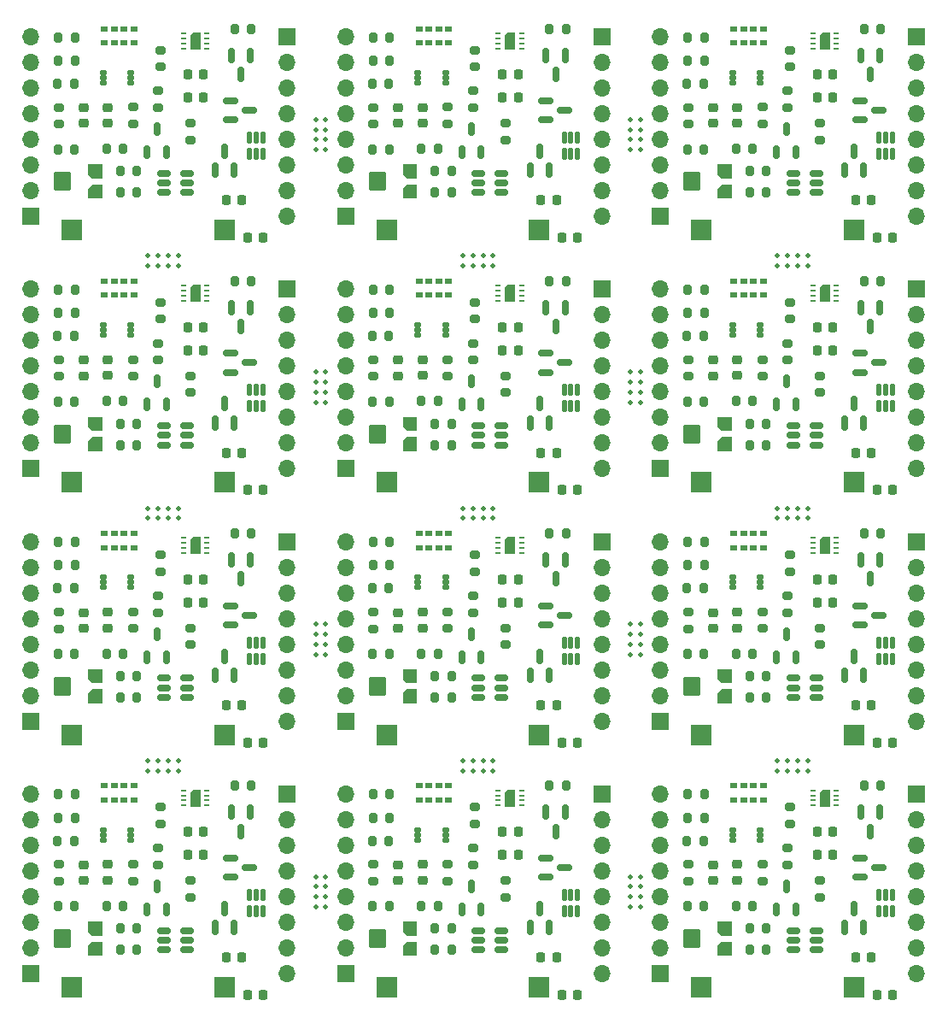
<source format=gts>
G04 #@! TF.GenerationSoftware,KiCad,Pcbnew,7.0.7*
G04 #@! TF.CreationDate,2024-02-13T21:43:46-05:00*
G04 #@! TF.ProjectId,panelized,70616e65-6c69-47a6-9564-2e6b69636164,rev?*
G04 #@! TF.SameCoordinates,Original*
G04 #@! TF.FileFunction,Soldermask,Top*
G04 #@! TF.FilePolarity,Negative*
%FSLAX46Y46*%
G04 Gerber Fmt 4.6, Leading zero omitted, Abs format (unit mm)*
G04 Created by KiCad (PCBNEW 7.0.7) date 2024-02-13 21:43:46*
%MOMM*%
%LPD*%
G01*
G04 APERTURE LIST*
G04 Aperture macros list*
%AMRoundRect*
0 Rectangle with rounded corners*
0 $1 Rounding radius*
0 $2 $3 $4 $5 $6 $7 $8 $9 X,Y pos of 4 corners*
0 Add a 4 corners polygon primitive as box body*
4,1,4,$2,$3,$4,$5,$6,$7,$8,$9,$2,$3,0*
0 Add four circle primitives for the rounded corners*
1,1,$1+$1,$2,$3*
1,1,$1+$1,$4,$5*
1,1,$1+$1,$6,$7*
1,1,$1+$1,$8,$9*
0 Add four rect primitives between the rounded corners*
20,1,$1+$1,$2,$3,$4,$5,0*
20,1,$1+$1,$4,$5,$6,$7,0*
20,1,$1+$1,$6,$7,$8,$9,0*
20,1,$1+$1,$8,$9,$2,$3,0*%
%AMFreePoly0*
4,1,6,0.500000,-0.850000,-0.500000,-0.850000,-0.500000,0.550000,-0.200000,0.850000,0.500000,0.850000,0.500000,-0.850000,0.500000,-0.850000,$1*%
G04 Aperture macros list end*
%ADD10C,0.500000*%
%ADD11RoundRect,0.150000X0.512500X0.150000X-0.512500X0.150000X-0.512500X-0.150000X0.512500X-0.150000X0*%
%ADD12RoundRect,0.150000X-0.587500X-0.150000X0.587500X-0.150000X0.587500X0.150000X-0.587500X0.150000X0*%
%ADD13RoundRect,0.200000X0.200000X0.275000X-0.200000X0.275000X-0.200000X-0.275000X0.200000X-0.275000X0*%
%ADD14RoundRect,0.200000X-0.275000X0.200000X-0.275000X-0.200000X0.275000X-0.200000X0.275000X0.200000X0*%
%ADD15RoundRect,0.102000X0.750000X-0.800000X0.750000X0.800000X-0.750000X0.800000X-0.750000X-0.800000X0*%
%ADD16R,1.700000X1.700000*%
%ADD17O,1.700000X1.700000*%
%ADD18RoundRect,0.200000X-0.200000X-0.275000X0.200000X-0.275000X0.200000X0.275000X-0.200000X0.275000X0*%
%ADD19RoundRect,0.225000X0.250000X-0.225000X0.250000X0.225000X-0.250000X0.225000X-0.250000X-0.225000X0*%
%ADD20R,0.720000X0.600000*%
%ADD21RoundRect,0.102000X0.275000X0.125000X-0.275000X0.125000X-0.275000X-0.125000X0.275000X-0.125000X0*%
%ADD22R,2.000000X2.000000*%
%ADD23RoundRect,0.200000X0.275000X-0.200000X0.275000X0.200000X-0.275000X0.200000X-0.275000X-0.200000X0*%
%ADD24RoundRect,0.225000X0.225000X0.250000X-0.225000X0.250000X-0.225000X-0.250000X0.225000X-0.250000X0*%
%ADD25RoundRect,0.150000X0.150000X-0.587500X0.150000X0.587500X-0.150000X0.587500X-0.150000X-0.587500X0*%
%ADD26R,0.550000X0.250000*%
%ADD27FreePoly0,0.000000*%
%ADD28RoundRect,0.150000X0.150000X-0.512500X0.150000X0.512500X-0.150000X0.512500X-0.150000X-0.512500X0*%
%ADD29RoundRect,0.150000X-0.150000X0.587500X-0.150000X-0.587500X0.150000X-0.587500X0.150000X0.587500X0*%
%ADD30RoundRect,0.102000X0.150000X-0.495000X0.150000X0.495000X-0.150000X0.495000X-0.150000X-0.495000X0*%
G04 APERTURE END LIST*
G36*
X173494086Y-111043198D02*
G01*
X172094086Y-111043198D01*
X172094086Y-110043198D01*
X172494086Y-109643198D01*
X173494086Y-109643198D01*
X173494086Y-111043198D01*
G37*
G36*
X173494086Y-109043198D02*
G01*
X172494086Y-109043198D01*
X172094086Y-108643198D01*
X172094086Y-107643198D01*
X173494086Y-107643198D01*
X173494086Y-109043198D01*
G37*
G36*
X111094086Y-111043198D02*
G01*
X109694086Y-111043198D01*
X109694086Y-110043198D01*
X110094086Y-109643198D01*
X111094086Y-109643198D01*
X111094086Y-111043198D01*
G37*
G36*
X111094086Y-109043198D02*
G01*
X110094086Y-109043198D01*
X109694086Y-108643198D01*
X109694086Y-107643198D01*
X111094086Y-107643198D01*
X111094086Y-109043198D01*
G37*
G36*
X173494086Y-136043198D02*
G01*
X172094086Y-136043198D01*
X172094086Y-135043198D01*
X172494086Y-134643198D01*
X173494086Y-134643198D01*
X173494086Y-136043198D01*
G37*
G36*
X173494086Y-134043198D02*
G01*
X172494086Y-134043198D01*
X172094086Y-133643198D01*
X172094086Y-132643198D01*
X173494086Y-132643198D01*
X173494086Y-134043198D01*
G37*
G36*
X111094086Y-86043198D02*
G01*
X109694086Y-86043198D01*
X109694086Y-85043198D01*
X110094086Y-84643198D01*
X111094086Y-84643198D01*
X111094086Y-86043198D01*
G37*
G36*
X111094086Y-84043198D02*
G01*
X110094086Y-84043198D01*
X109694086Y-83643198D01*
X109694086Y-82643198D01*
X111094086Y-82643198D01*
X111094086Y-84043198D01*
G37*
G36*
X173494086Y-86043198D02*
G01*
X172094086Y-86043198D01*
X172094086Y-85043198D01*
X172494086Y-84643198D01*
X173494086Y-84643198D01*
X173494086Y-86043198D01*
G37*
G36*
X173494086Y-84043198D02*
G01*
X172494086Y-84043198D01*
X172094086Y-83643198D01*
X172094086Y-82643198D01*
X173494086Y-82643198D01*
X173494086Y-84043198D01*
G37*
G36*
X173494086Y-61043198D02*
G01*
X172094086Y-61043198D01*
X172094086Y-60043198D01*
X172494086Y-59643198D01*
X173494086Y-59643198D01*
X173494086Y-61043198D01*
G37*
G36*
X173494086Y-59043198D02*
G01*
X172494086Y-59043198D01*
X172094086Y-58643198D01*
X172094086Y-57643198D01*
X173494086Y-57643198D01*
X173494086Y-59043198D01*
G37*
G36*
X142294086Y-61043198D02*
G01*
X140894086Y-61043198D01*
X140894086Y-60043198D01*
X141294086Y-59643198D01*
X142294086Y-59643198D01*
X142294086Y-61043198D01*
G37*
G36*
X142294086Y-59043198D02*
G01*
X141294086Y-59043198D01*
X140894086Y-58643198D01*
X140894086Y-57643198D01*
X142294086Y-57643198D01*
X142294086Y-59043198D01*
G37*
G36*
X111094086Y-61043198D02*
G01*
X109694086Y-61043198D01*
X109694086Y-60043198D01*
X110094086Y-59643198D01*
X111094086Y-59643198D01*
X111094086Y-61043198D01*
G37*
G36*
X111094086Y-59043198D02*
G01*
X110094086Y-59043198D01*
X109694086Y-58643198D01*
X109694086Y-57643198D01*
X111094086Y-57643198D01*
X111094086Y-59043198D01*
G37*
G36*
X111094086Y-136043198D02*
G01*
X109694086Y-136043198D01*
X109694086Y-135043198D01*
X110094086Y-134643198D01*
X111094086Y-134643198D01*
X111094086Y-136043198D01*
G37*
G36*
X111094086Y-134043198D02*
G01*
X110094086Y-134043198D01*
X109694086Y-133643198D01*
X109694086Y-132643198D01*
X111094086Y-132643198D01*
X111094086Y-134043198D01*
G37*
G36*
X142294086Y-136043198D02*
G01*
X140894086Y-136043198D01*
X140894086Y-135043198D01*
X141294086Y-134643198D01*
X142294086Y-134643198D01*
X142294086Y-136043198D01*
G37*
G36*
X142294086Y-134043198D02*
G01*
X141294086Y-134043198D01*
X140894086Y-133643198D01*
X140894086Y-132643198D01*
X142294086Y-132643198D01*
X142294086Y-134043198D01*
G37*
G36*
X142294086Y-111043198D02*
G01*
X140894086Y-111043198D01*
X140894086Y-110043198D01*
X141294086Y-109643198D01*
X142294086Y-109643198D01*
X142294086Y-111043198D01*
G37*
G36*
X142294086Y-109043198D02*
G01*
X141294086Y-109043198D01*
X140894086Y-108643198D01*
X140894086Y-107643198D01*
X142294086Y-107643198D01*
X142294086Y-109043198D01*
G37*
G36*
X142294086Y-86043198D02*
G01*
X140894086Y-86043198D01*
X140894086Y-85043198D01*
X141294086Y-84643198D01*
X142294086Y-84643198D01*
X142294086Y-86043198D01*
G37*
G36*
X142294086Y-84043198D02*
G01*
X141294086Y-84043198D01*
X140894086Y-83643198D01*
X140894086Y-82643198D01*
X142294086Y-82643198D01*
X142294086Y-84043198D01*
G37*
D10*
X116644086Y-66700000D03*
D11*
X181881586Y-135443198D03*
X181881586Y-134493198D03*
X181881586Y-133543198D03*
X179606586Y-133543198D03*
X179606586Y-134493198D03*
X179606586Y-135443198D03*
D10*
X163444086Y-130200000D03*
D12*
X123843927Y-126350000D03*
X123843927Y-128250000D03*
X125718927Y-127300000D03*
D13*
X139519086Y-74650000D03*
X137869086Y-74650000D03*
D14*
X137984086Y-76990000D03*
X137984086Y-78640000D03*
D15*
X169544086Y-109343198D03*
D10*
X116644086Y-91700000D03*
D11*
X119481586Y-60443198D03*
X119481586Y-59493198D03*
X119481586Y-58543198D03*
X117206586Y-58543198D03*
X117206586Y-59493198D03*
X117206586Y-60443198D03*
D16*
X160644086Y-95000000D03*
D17*
X160644086Y-97540000D03*
X160644086Y-100080000D03*
X160644086Y-102620000D03*
X160644086Y-105160000D03*
X160644086Y-107700000D03*
X160644086Y-110240000D03*
X160644086Y-112780000D03*
D10*
X118644086Y-117700000D03*
X117644086Y-67700000D03*
X179044086Y-66700000D03*
D13*
X108404086Y-120050000D03*
X106754086Y-120050000D03*
D18*
X175256586Y-58330698D03*
X176906586Y-58330698D03*
D10*
X163444086Y-106200000D03*
D14*
X179044086Y-125375000D03*
X179044086Y-127025000D03*
D19*
X171644086Y-78575000D03*
X171644086Y-77025000D03*
D20*
X173724086Y-94200000D03*
X174694086Y-94200000D03*
X175664086Y-94200000D03*
X176634086Y-94200000D03*
X176634086Y-95600000D03*
X175664086Y-95600000D03*
X174694086Y-95600000D03*
X173724086Y-95600000D03*
D21*
X145116586Y-74550000D03*
X145116586Y-74050000D03*
X145116586Y-73550000D03*
X142366586Y-73550000D03*
X142366586Y-74050000D03*
X142366586Y-74550000D03*
D10*
X181044086Y-66700000D03*
D13*
X108344086Y-56143198D03*
X106694086Y-56143198D03*
D14*
X182244086Y-53575000D03*
X182244086Y-55225000D03*
D22*
X108084086Y-114150000D03*
X123204086Y-114150000D03*
D10*
X148844086Y-66700000D03*
X164444086Y-104200000D03*
X147844086Y-67700000D03*
D12*
X155043927Y-126350000D03*
X155043927Y-128250000D03*
X156918927Y-127300000D03*
D23*
X114144086Y-128625000D03*
X114144086Y-126975000D03*
D13*
X139544086Y-131143198D03*
X137894086Y-131143198D03*
D18*
X144056586Y-58330698D03*
X145706586Y-58330698D03*
D19*
X140444086Y-78575000D03*
X140444086Y-77025000D03*
D13*
X139544086Y-56143198D03*
X137894086Y-56143198D03*
D10*
X164444086Y-128200000D03*
X133244086Y-105200000D03*
D14*
X169184086Y-76990000D03*
X169184086Y-78640000D03*
D10*
X180044086Y-116700000D03*
D14*
X179044086Y-75375000D03*
X179044086Y-77025000D03*
D24*
X152329086Y-73750000D03*
X150779086Y-73750000D03*
D10*
X163444086Y-80200000D03*
X132244086Y-128200000D03*
D14*
X147844086Y-50375000D03*
X147844086Y-52025000D03*
D18*
X175269086Y-60443198D03*
X176919086Y-60443198D03*
D10*
X118644086Y-66700000D03*
D13*
X170804086Y-97350000D03*
X169154086Y-97350000D03*
X170804086Y-72350000D03*
X169154086Y-72350000D03*
D16*
X191844086Y-70000000D03*
D17*
X191844086Y-72540000D03*
X191844086Y-75080000D03*
X191844086Y-77620000D03*
X191844086Y-80160000D03*
X191844086Y-82700000D03*
X191844086Y-85240000D03*
X191844086Y-87780000D03*
D24*
X183529086Y-48750000D03*
X181979086Y-48750000D03*
D19*
X174044086Y-78550000D03*
X174044086Y-77000000D03*
D16*
X191844086Y-120000000D03*
D17*
X191844086Y-122540000D03*
X191844086Y-125080000D03*
X191844086Y-127620000D03*
X191844086Y-130160000D03*
X191844086Y-132700000D03*
X191844086Y-135240000D03*
X191844086Y-137780000D03*
D13*
X170744086Y-56143198D03*
X169094086Y-56143198D03*
D10*
X147844086Y-91700000D03*
X146844086Y-91700000D03*
D23*
X176544086Y-78625000D03*
X176544086Y-76975000D03*
D10*
X179044086Y-67700000D03*
D13*
X157069086Y-94200000D03*
X155419086Y-94200000D03*
X139604086Y-95050000D03*
X137954086Y-95050000D03*
X170804086Y-47350000D03*
X169154086Y-47350000D03*
D10*
X180044086Y-91700000D03*
D25*
X153494086Y-58237500D03*
X155394086Y-58237500D03*
X154444086Y-56362500D03*
X184694086Y-83237500D03*
X186594086Y-83237500D03*
X185644086Y-81362500D03*
D26*
X119129086Y-69650000D03*
X119129086Y-70150000D03*
X119129086Y-70650000D03*
X119129086Y-71150000D03*
X121479086Y-71150000D03*
X121479086Y-70650000D03*
X121479086Y-70150000D03*
X121479086Y-69650000D03*
D27*
X120304086Y-70400000D03*
D14*
X179044086Y-100375000D03*
X179044086Y-102025000D03*
D10*
X115644086Y-117700000D03*
D24*
X158219086Y-89900000D03*
X156669086Y-89900000D03*
D28*
X115544086Y-106437500D03*
X117444086Y-106437500D03*
X116494086Y-104162500D03*
D10*
X146844086Y-66700000D03*
D13*
X170744086Y-81143198D03*
X169094086Y-81143198D03*
D15*
X107144086Y-109343198D03*
D19*
X142844086Y-103550000D03*
X142844086Y-102000000D03*
D11*
X181881586Y-110443198D03*
X181881586Y-109493198D03*
X181881586Y-108543198D03*
X179606586Y-108543198D03*
X179606586Y-109493198D03*
X179606586Y-110443198D03*
D29*
X125794086Y-46825000D03*
X123894086Y-46825000D03*
X124844086Y-48700000D03*
D19*
X174044086Y-103550000D03*
X174044086Y-102000000D03*
D16*
X135244086Y-62800000D03*
D17*
X135244086Y-60260000D03*
X135244086Y-57720000D03*
X135244086Y-55180000D03*
X135244086Y-52640000D03*
X135244086Y-50100000D03*
X135244086Y-47560000D03*
X135244086Y-45020000D03*
D13*
X188269086Y-119200000D03*
X186619086Y-119200000D03*
D29*
X125794086Y-71825000D03*
X123894086Y-71825000D03*
X124844086Y-73700000D03*
D30*
X125694086Y-81600000D03*
X126344086Y-81600000D03*
X126994086Y-81600000D03*
X126994086Y-79990000D03*
X126344086Y-79990000D03*
X125694086Y-79990000D03*
D24*
X189419086Y-139900000D03*
X187869086Y-139900000D03*
X152329086Y-126050000D03*
X150779086Y-126050000D03*
D13*
X108404086Y-70050000D03*
X106754086Y-70050000D03*
D10*
X149844086Y-66700000D03*
X133244086Y-129200000D03*
D14*
X119844086Y-128575000D03*
X119844086Y-130225000D03*
D20*
X173724086Y-44200000D03*
X174694086Y-44200000D03*
X175664086Y-44200000D03*
X176634086Y-44200000D03*
X176634086Y-45600000D03*
X175664086Y-45600000D03*
X174694086Y-45600000D03*
X173724086Y-45600000D03*
D13*
X157069086Y-44200000D03*
X155419086Y-44200000D03*
D29*
X125794086Y-121825000D03*
X123894086Y-121825000D03*
X124844086Y-123700000D03*
D13*
X157069086Y-119200000D03*
X155419086Y-119200000D03*
D14*
X106784086Y-51990000D03*
X106784086Y-53640000D03*
D24*
X158219086Y-114900000D03*
X156669086Y-114900000D03*
D10*
X133244086Y-104200000D03*
X164444086Y-56200000D03*
X178044086Y-92700000D03*
D18*
X112856586Y-58330698D03*
X114506586Y-58330698D03*
D10*
X132244086Y-54200000D03*
X180044086Y-92700000D03*
D20*
X142524086Y-44200000D03*
X143494086Y-44200000D03*
X144464086Y-44200000D03*
X145434086Y-44200000D03*
X145434086Y-45600000D03*
X144464086Y-45600000D03*
X143494086Y-45600000D03*
X142524086Y-45600000D03*
D10*
X117644086Y-117700000D03*
X132244086Y-103200000D03*
D13*
X108344086Y-131143198D03*
X106694086Y-131143198D03*
D11*
X119481586Y-85443198D03*
X119481586Y-84493198D03*
X119481586Y-83543198D03*
X117206586Y-83543198D03*
X117206586Y-84493198D03*
X117206586Y-85443198D03*
D15*
X169544086Y-134343198D03*
D10*
X133244086Y-130200000D03*
X132244086Y-81200000D03*
D14*
X148044086Y-71325000D03*
X148044086Y-72975000D03*
D12*
X155043927Y-51350000D03*
X155043927Y-53250000D03*
X156918927Y-52300000D03*
D10*
X115644086Y-92700000D03*
D24*
X183529086Y-51050000D03*
X181979086Y-51050000D03*
D14*
X151044086Y-53575000D03*
X151044086Y-55225000D03*
D28*
X177944086Y-81437500D03*
X179844086Y-81437500D03*
X178894086Y-79162500D03*
D29*
X156994086Y-96825000D03*
X155094086Y-96825000D03*
X156044086Y-98700000D03*
D24*
X187319086Y-136200000D03*
X185769086Y-136200000D03*
D13*
X139604086Y-122350000D03*
X137954086Y-122350000D03*
D14*
X137984086Y-126990000D03*
X137984086Y-128640000D03*
D26*
X181529086Y-44650000D03*
X181529086Y-45150000D03*
X181529086Y-45650000D03*
X181529086Y-46150000D03*
X183879086Y-46150000D03*
X183879086Y-45650000D03*
X183879086Y-45150000D03*
X183879086Y-44650000D03*
D27*
X182704086Y-45400000D03*
D10*
X163444086Y-128200000D03*
D22*
X170484086Y-89150000D03*
X185604086Y-89150000D03*
D21*
X113916586Y-74550000D03*
X113916586Y-74050000D03*
X113916586Y-73550000D03*
X111166586Y-73550000D03*
X111166586Y-74050000D03*
X111166586Y-74550000D03*
D26*
X150329086Y-119650000D03*
X150329086Y-120150000D03*
X150329086Y-120650000D03*
X150329086Y-121150000D03*
X152679086Y-121150000D03*
X152679086Y-120650000D03*
X152679086Y-120150000D03*
X152679086Y-119650000D03*
D27*
X151504086Y-120400000D03*
D10*
X132244086Y-79200000D03*
X149844086Y-92700000D03*
D18*
X144069086Y-135443198D03*
X145719086Y-135443198D03*
D14*
X106784086Y-126990000D03*
X106784086Y-128640000D03*
X147844086Y-100375000D03*
X147844086Y-102025000D03*
X116644086Y-75375000D03*
X116644086Y-77025000D03*
D10*
X181044086Y-91700000D03*
D14*
X116844086Y-121325000D03*
X116844086Y-122975000D03*
D19*
X171644086Y-53575000D03*
X171644086Y-52025000D03*
D13*
X170744086Y-106143198D03*
X169094086Y-106143198D03*
D10*
X180044086Y-66700000D03*
X148844086Y-67700000D03*
D13*
X139544086Y-81143198D03*
X137894086Y-81143198D03*
X188269086Y-44200000D03*
X186619086Y-44200000D03*
X125869086Y-94200000D03*
X124219086Y-94200000D03*
D24*
X121129086Y-73750000D03*
X119579086Y-73750000D03*
D12*
X186243927Y-76350000D03*
X186243927Y-78250000D03*
X188118927Y-77300000D03*
D19*
X109244086Y-78575000D03*
X109244086Y-77025000D03*
D18*
X112856586Y-83330698D03*
X114506586Y-83330698D03*
D11*
X119481586Y-135443198D03*
X119481586Y-134493198D03*
X119481586Y-133543198D03*
X117206586Y-133543198D03*
X117206586Y-134493198D03*
X117206586Y-135443198D03*
D16*
X166444086Y-62800000D03*
D17*
X166444086Y-60260000D03*
X166444086Y-57720000D03*
X166444086Y-55180000D03*
X166444086Y-52640000D03*
X166444086Y-50100000D03*
X166444086Y-47560000D03*
X166444086Y-45020000D03*
D21*
X145116586Y-49550000D03*
X145116586Y-49050000D03*
X145116586Y-48550000D03*
X142366586Y-48550000D03*
X142366586Y-49050000D03*
X142366586Y-49550000D03*
D10*
X132244086Y-105200000D03*
D28*
X146744086Y-131437500D03*
X148644086Y-131437500D03*
X147694086Y-129162500D03*
D24*
X152329086Y-123750000D03*
X150779086Y-123750000D03*
D10*
X117644086Y-91700000D03*
D13*
X170719086Y-49650000D03*
X169069086Y-49650000D03*
D21*
X113916586Y-49550000D03*
X113916586Y-49050000D03*
X113916586Y-48550000D03*
X111166586Y-48550000D03*
X111166586Y-49050000D03*
X111166586Y-49550000D03*
D10*
X118644086Y-92700000D03*
D23*
X145344086Y-53625000D03*
X145344086Y-51975000D03*
D10*
X181044086Y-92700000D03*
D18*
X175256586Y-83330698D03*
X176906586Y-83330698D03*
D10*
X147844086Y-116700000D03*
D13*
X108404086Y-97350000D03*
X106754086Y-97350000D03*
D14*
X147844086Y-125375000D03*
X147844086Y-127025000D03*
D19*
X142844086Y-128550000D03*
X142844086Y-127000000D03*
D10*
X163444086Y-78200000D03*
D24*
X127019086Y-64900000D03*
X125469086Y-64900000D03*
D14*
X116644086Y-50375000D03*
X116644086Y-52025000D03*
D10*
X164444086Y-106200000D03*
D30*
X156894086Y-131600000D03*
X157544086Y-131600000D03*
X158194086Y-131600000D03*
X158194086Y-129990000D03*
X157544086Y-129990000D03*
X156894086Y-129990000D03*
D12*
X155043927Y-101350000D03*
X155043927Y-103250000D03*
X156918927Y-102300000D03*
D18*
X173919086Y-56100000D03*
X175569086Y-56100000D03*
D21*
X113916586Y-124550000D03*
X113916586Y-124050000D03*
X113916586Y-123550000D03*
X111166586Y-123550000D03*
X111166586Y-124050000D03*
X111166586Y-124550000D03*
D28*
X146744086Y-56437500D03*
X148644086Y-56437500D03*
X147694086Y-54162500D03*
X177944086Y-56437500D03*
X179844086Y-56437500D03*
X178894086Y-54162500D03*
D25*
X153494086Y-133237500D03*
X155394086Y-133237500D03*
X154444086Y-131362500D03*
D18*
X175269086Y-110443198D03*
X176919086Y-110443198D03*
D26*
X119129086Y-94650000D03*
X119129086Y-95150000D03*
X119129086Y-95650000D03*
X119129086Y-96150000D03*
X121479086Y-96150000D03*
X121479086Y-95650000D03*
X121479086Y-95150000D03*
X121479086Y-94650000D03*
D27*
X120304086Y-95400000D03*
D10*
X163444086Y-129200000D03*
D13*
X139519086Y-124650000D03*
X137869086Y-124650000D03*
D16*
X191844086Y-45000000D03*
D17*
X191844086Y-47540000D03*
X191844086Y-50080000D03*
X191844086Y-52620000D03*
X191844086Y-55160000D03*
X191844086Y-57700000D03*
X191844086Y-60240000D03*
X191844086Y-62780000D03*
D25*
X122294086Y-133237500D03*
X124194086Y-133237500D03*
X123244086Y-131362500D03*
D10*
X147844086Y-66700000D03*
D14*
X179044086Y-50375000D03*
X179044086Y-52025000D03*
D13*
X108319086Y-99650000D03*
X106669086Y-99650000D03*
D16*
X166444086Y-87800000D03*
D17*
X166444086Y-85260000D03*
X166444086Y-82720000D03*
X166444086Y-80180000D03*
X166444086Y-77640000D03*
X166444086Y-75100000D03*
X166444086Y-72560000D03*
X166444086Y-70020000D03*
D24*
X124919086Y-61200000D03*
X123369086Y-61200000D03*
D18*
X112869086Y-85443198D03*
X114519086Y-85443198D03*
D29*
X188194086Y-121825000D03*
X186294086Y-121825000D03*
X187244086Y-123700000D03*
D13*
X125869086Y-44200000D03*
X124219086Y-44200000D03*
D10*
X132244086Y-104200000D03*
D20*
X142524086Y-94200000D03*
X143494086Y-94200000D03*
X144464086Y-94200000D03*
X145434086Y-94200000D03*
X145434086Y-95600000D03*
X144464086Y-95600000D03*
X143494086Y-95600000D03*
X142524086Y-95600000D03*
D10*
X181044086Y-116700000D03*
D26*
X119129086Y-44650000D03*
X119129086Y-45150000D03*
X119129086Y-45650000D03*
X119129086Y-46150000D03*
X121479086Y-46150000D03*
X121479086Y-45650000D03*
X121479086Y-45150000D03*
X121479086Y-44650000D03*
D27*
X120304086Y-45400000D03*
D10*
X164444086Y-78200000D03*
D19*
X111644086Y-103550000D03*
X111644086Y-102000000D03*
D10*
X118644086Y-116700000D03*
D13*
X139604086Y-72350000D03*
X137954086Y-72350000D03*
D30*
X188094086Y-81600000D03*
X188744086Y-81600000D03*
X189394086Y-81600000D03*
X189394086Y-79990000D03*
X188744086Y-79990000D03*
X188094086Y-79990000D03*
D24*
X124919086Y-111200000D03*
X123369086Y-111200000D03*
D30*
X188094086Y-131600000D03*
X188744086Y-131600000D03*
X189394086Y-131600000D03*
X189394086Y-129990000D03*
X188744086Y-129990000D03*
X188094086Y-129990000D03*
D14*
X148044086Y-121325000D03*
X148044086Y-122975000D03*
X137984086Y-101990000D03*
X137984086Y-103640000D03*
D10*
X133244086Y-54200000D03*
X164444086Y-53200000D03*
D18*
X142719086Y-81100000D03*
X144369086Y-81100000D03*
D24*
X152329086Y-51050000D03*
X150779086Y-51050000D03*
D14*
X116844086Y-46325000D03*
X116844086Y-47975000D03*
D10*
X163444086Y-54200000D03*
X132244086Y-55200000D03*
D18*
X142719086Y-131100000D03*
X144369086Y-131100000D03*
D10*
X117644086Y-92700000D03*
D20*
X142524086Y-119200000D03*
X143494086Y-119200000D03*
X144464086Y-119200000D03*
X145434086Y-119200000D03*
X145434086Y-120600000D03*
X144464086Y-120600000D03*
X143494086Y-120600000D03*
X142524086Y-120600000D03*
D10*
X147844086Y-92700000D03*
D23*
X176544086Y-103625000D03*
X176544086Y-101975000D03*
D24*
X189419086Y-89900000D03*
X187869086Y-89900000D03*
D16*
X129444086Y-95000000D03*
D17*
X129444086Y-97540000D03*
X129444086Y-100080000D03*
X129444086Y-102620000D03*
X129444086Y-105160000D03*
X129444086Y-107700000D03*
X129444086Y-110240000D03*
X129444086Y-112780000D03*
D28*
X146744086Y-81437500D03*
X148644086Y-81437500D03*
X147694086Y-79162500D03*
D10*
X116644086Y-116700000D03*
X179044086Y-91700000D03*
D18*
X144069086Y-60443198D03*
X145719086Y-60443198D03*
D14*
X151044086Y-128575000D03*
X151044086Y-130225000D03*
D25*
X153494086Y-83237500D03*
X155394086Y-83237500D03*
X154444086Y-81362500D03*
D16*
X104044086Y-112800000D03*
D17*
X104044086Y-110260000D03*
X104044086Y-107720000D03*
X104044086Y-105180000D03*
X104044086Y-102640000D03*
X104044086Y-100100000D03*
X104044086Y-97560000D03*
X104044086Y-95020000D03*
D24*
X152329086Y-98750000D03*
X150779086Y-98750000D03*
D10*
X179044086Y-116700000D03*
D16*
X135244086Y-112800000D03*
D17*
X135244086Y-110260000D03*
X135244086Y-107720000D03*
X135244086Y-105180000D03*
X135244086Y-102640000D03*
X135244086Y-100100000D03*
X135244086Y-97560000D03*
X135244086Y-95020000D03*
D12*
X123843927Y-101350000D03*
X123843927Y-103250000D03*
X125718927Y-102300000D03*
D10*
X164444086Y-131200000D03*
X133244086Y-78200000D03*
X181044086Y-117700000D03*
D22*
X139284086Y-139150000D03*
X154404086Y-139150000D03*
D10*
X146844086Y-92700000D03*
D19*
X171644086Y-103575000D03*
X171644086Y-102025000D03*
D23*
X114144086Y-78625000D03*
X114144086Y-76975000D03*
D15*
X107144086Y-84343198D03*
X169544086Y-84343198D03*
X169544086Y-59343198D03*
D19*
X111644086Y-53550000D03*
X111644086Y-52000000D03*
D10*
X115644086Y-67700000D03*
D18*
X111519086Y-131100000D03*
X113169086Y-131100000D03*
D11*
X150681586Y-60443198D03*
X150681586Y-59493198D03*
X150681586Y-58543198D03*
X148406586Y-58543198D03*
X148406586Y-59493198D03*
X148406586Y-60443198D03*
D10*
X178044086Y-66700000D03*
D13*
X139604086Y-120050000D03*
X137954086Y-120050000D03*
D16*
X104044086Y-87800000D03*
D17*
X104044086Y-85260000D03*
X104044086Y-82720000D03*
X104044086Y-80180000D03*
X104044086Y-77640000D03*
X104044086Y-75100000D03*
X104044086Y-72560000D03*
X104044086Y-70020000D03*
D22*
X139284086Y-89150000D03*
X154404086Y-89150000D03*
X170484086Y-64150000D03*
X185604086Y-64150000D03*
D11*
X119481586Y-110443198D03*
X119481586Y-109493198D03*
X119481586Y-108543198D03*
X117206586Y-108543198D03*
X117206586Y-109493198D03*
X117206586Y-110443198D03*
D10*
X149844086Y-91700000D03*
D21*
X145116586Y-99550000D03*
X145116586Y-99050000D03*
X145116586Y-98550000D03*
X142366586Y-98550000D03*
X142366586Y-99050000D03*
X142366586Y-99550000D03*
D24*
X127019086Y-139900000D03*
X125469086Y-139900000D03*
D15*
X138344086Y-59343198D03*
D18*
X142719086Y-106100000D03*
X144369086Y-106100000D03*
D10*
X132244086Y-53200000D03*
D24*
X121129086Y-98750000D03*
X119579086Y-98750000D03*
D30*
X156894086Y-106600000D03*
X157544086Y-106600000D03*
X158194086Y-106600000D03*
X158194086Y-104990000D03*
X157544086Y-104990000D03*
X156894086Y-104990000D03*
D29*
X125794086Y-96825000D03*
X123894086Y-96825000D03*
X124844086Y-98700000D03*
D13*
X170804086Y-120050000D03*
X169154086Y-120050000D03*
D16*
X160644086Y-70000000D03*
D17*
X160644086Y-72540000D03*
X160644086Y-75080000D03*
X160644086Y-77620000D03*
X160644086Y-80160000D03*
X160644086Y-82700000D03*
X160644086Y-85240000D03*
X160644086Y-87780000D03*
D28*
X177944086Y-131437500D03*
X179844086Y-131437500D03*
X178894086Y-129162500D03*
D10*
X163444086Y-79200000D03*
D12*
X155043927Y-76350000D03*
X155043927Y-78250000D03*
X156918927Y-77300000D03*
D24*
X121129086Y-51050000D03*
X119579086Y-51050000D03*
D20*
X111324086Y-44200000D03*
X112294086Y-44200000D03*
X113264086Y-44200000D03*
X114234086Y-44200000D03*
X114234086Y-45600000D03*
X113264086Y-45600000D03*
X112294086Y-45600000D03*
X111324086Y-45600000D03*
D29*
X156994086Y-46825000D03*
X155094086Y-46825000D03*
X156044086Y-48700000D03*
D10*
X178044086Y-91700000D03*
X148844086Y-91700000D03*
D12*
X186243927Y-51350000D03*
X186243927Y-53250000D03*
X188118927Y-52300000D03*
D14*
X147844086Y-75375000D03*
X147844086Y-77025000D03*
D24*
X121129086Y-126050000D03*
X119579086Y-126050000D03*
D19*
X140444086Y-53575000D03*
X140444086Y-52025000D03*
D23*
X114144086Y-53625000D03*
X114144086Y-51975000D03*
D13*
X170804086Y-95050000D03*
X169154086Y-95050000D03*
D14*
X116844086Y-96325000D03*
X116844086Y-97975000D03*
D22*
X108084086Y-64150000D03*
X123204086Y-64150000D03*
D16*
X129444086Y-70000000D03*
D17*
X129444086Y-72540000D03*
X129444086Y-75080000D03*
X129444086Y-77620000D03*
X129444086Y-80160000D03*
X129444086Y-82700000D03*
X129444086Y-85240000D03*
X129444086Y-87780000D03*
D10*
X163444086Y-105200000D03*
X133244086Y-80200000D03*
X164444086Y-79200000D03*
D20*
X111324086Y-94200000D03*
X112294086Y-94200000D03*
X113264086Y-94200000D03*
X114234086Y-94200000D03*
X114234086Y-95600000D03*
X113264086Y-95600000D03*
X112294086Y-95600000D03*
X111324086Y-95600000D03*
D10*
X132244086Y-131200000D03*
D22*
X139284086Y-114150000D03*
X154404086Y-114150000D03*
D24*
X158219086Y-139900000D03*
X156669086Y-139900000D03*
D11*
X181881586Y-60443198D03*
X181881586Y-59493198D03*
X181881586Y-58543198D03*
X179606586Y-58543198D03*
X179606586Y-59493198D03*
X179606586Y-60443198D03*
D13*
X108404086Y-45050000D03*
X106754086Y-45050000D03*
D18*
X111519086Y-56100000D03*
X113169086Y-56100000D03*
D14*
X148044086Y-96325000D03*
X148044086Y-97975000D03*
D18*
X175269086Y-85443198D03*
X176919086Y-85443198D03*
D26*
X181529086Y-119650000D03*
X181529086Y-120150000D03*
X181529086Y-120650000D03*
X181529086Y-121150000D03*
X183879086Y-121150000D03*
X183879086Y-120650000D03*
X183879086Y-120150000D03*
X183879086Y-119650000D03*
D27*
X182704086Y-120400000D03*
D16*
X191844086Y-95000000D03*
D17*
X191844086Y-97540000D03*
X191844086Y-100080000D03*
X191844086Y-102620000D03*
X191844086Y-105160000D03*
X191844086Y-107700000D03*
X191844086Y-110240000D03*
X191844086Y-112780000D03*
D26*
X150329086Y-44650000D03*
X150329086Y-45150000D03*
X150329086Y-45650000D03*
X150329086Y-46150000D03*
X152679086Y-46150000D03*
X152679086Y-45650000D03*
X152679086Y-45150000D03*
X152679086Y-44650000D03*
D27*
X151504086Y-45400000D03*
D16*
X104044086Y-62800000D03*
D17*
X104044086Y-60260000D03*
X104044086Y-57720000D03*
X104044086Y-55180000D03*
X104044086Y-52640000D03*
X104044086Y-50100000D03*
X104044086Y-47560000D03*
X104044086Y-45020000D03*
D21*
X176316586Y-74550000D03*
X176316586Y-74050000D03*
X176316586Y-73550000D03*
X173566586Y-73550000D03*
X173566586Y-74050000D03*
X173566586Y-74550000D03*
D16*
X104044086Y-137800000D03*
D17*
X104044086Y-135260000D03*
X104044086Y-132720000D03*
X104044086Y-130180000D03*
X104044086Y-127640000D03*
X104044086Y-125100000D03*
X104044086Y-122560000D03*
X104044086Y-120020000D03*
D26*
X181529086Y-94650000D03*
X181529086Y-95150000D03*
X181529086Y-95650000D03*
X181529086Y-96150000D03*
X183879086Y-96150000D03*
X183879086Y-95650000D03*
X183879086Y-95150000D03*
X183879086Y-94650000D03*
D27*
X182704086Y-95400000D03*
D13*
X170804086Y-122350000D03*
X169154086Y-122350000D03*
D10*
X132244086Y-129200000D03*
D28*
X115544086Y-81437500D03*
X117444086Y-81437500D03*
X116494086Y-79162500D03*
D21*
X145116586Y-124550000D03*
X145116586Y-124050000D03*
X145116586Y-123550000D03*
X142366586Y-123550000D03*
X142366586Y-124050000D03*
X142366586Y-124550000D03*
D10*
X146844086Y-116700000D03*
D29*
X188194086Y-96825000D03*
X186294086Y-96825000D03*
X187244086Y-98700000D03*
D10*
X178044086Y-116700000D03*
X147844086Y-117700000D03*
X164444086Y-80200000D03*
D18*
X144056586Y-133330698D03*
X145706586Y-133330698D03*
D13*
X108344086Y-106143198D03*
X106694086Y-106143198D03*
D29*
X156994086Y-71825000D03*
X155094086Y-71825000D03*
X156044086Y-73700000D03*
D15*
X107144086Y-59343198D03*
D13*
X139604086Y-97350000D03*
X137954086Y-97350000D03*
D20*
X173724086Y-69200000D03*
X174694086Y-69200000D03*
X175664086Y-69200000D03*
X176634086Y-69200000D03*
X176634086Y-70600000D03*
X175664086Y-70600000D03*
X174694086Y-70600000D03*
X173724086Y-70600000D03*
D18*
X112869086Y-135443198D03*
X114519086Y-135443198D03*
D23*
X176544086Y-128625000D03*
X176544086Y-126975000D03*
D19*
X109244086Y-103575000D03*
X109244086Y-102025000D03*
X174044086Y-53550000D03*
X174044086Y-52000000D03*
D30*
X156894086Y-56600000D03*
X157544086Y-56600000D03*
X158194086Y-56600000D03*
X158194086Y-54990000D03*
X157544086Y-54990000D03*
X156894086Y-54990000D03*
D10*
X133244086Y-53200000D03*
D13*
X125869086Y-119200000D03*
X124219086Y-119200000D03*
D30*
X156894086Y-81600000D03*
X157544086Y-81600000D03*
X158194086Y-81600000D03*
X158194086Y-79990000D03*
X157544086Y-79990000D03*
X156894086Y-79990000D03*
D11*
X150681586Y-85443198D03*
X150681586Y-84493198D03*
X150681586Y-83543198D03*
X148406586Y-83543198D03*
X148406586Y-84493198D03*
X148406586Y-85443198D03*
D28*
X177944086Y-106437500D03*
X179844086Y-106437500D03*
X178894086Y-104162500D03*
D16*
X166444086Y-137800000D03*
D17*
X166444086Y-135260000D03*
X166444086Y-132720000D03*
X166444086Y-130180000D03*
X166444086Y-127640000D03*
X166444086Y-125100000D03*
X166444086Y-122560000D03*
X166444086Y-120020000D03*
D23*
X145344086Y-128625000D03*
X145344086Y-126975000D03*
D10*
X163444086Y-56200000D03*
D18*
X111519086Y-81100000D03*
X113169086Y-81100000D03*
D10*
X178044086Y-117700000D03*
D16*
X160644086Y-45000000D03*
D17*
X160644086Y-47540000D03*
X160644086Y-50080000D03*
X160644086Y-52620000D03*
X160644086Y-55160000D03*
X160644086Y-57700000D03*
X160644086Y-60240000D03*
X160644086Y-62780000D03*
D24*
X189419086Y-64900000D03*
X187869086Y-64900000D03*
D16*
X135244086Y-87800000D03*
D17*
X135244086Y-85260000D03*
X135244086Y-82720000D03*
X135244086Y-80180000D03*
X135244086Y-77640000D03*
X135244086Y-75100000D03*
X135244086Y-72560000D03*
X135244086Y-70020000D03*
D13*
X108319086Y-49650000D03*
X106669086Y-49650000D03*
X170719086Y-99650000D03*
X169069086Y-99650000D03*
D19*
X140444086Y-103575000D03*
X140444086Y-102025000D03*
D20*
X173724086Y-119200000D03*
X174694086Y-119200000D03*
X175664086Y-119200000D03*
X176634086Y-119200000D03*
X176634086Y-120600000D03*
X175664086Y-120600000D03*
X174694086Y-120600000D03*
X173724086Y-120600000D03*
D15*
X107144086Y-134343198D03*
D18*
X144069086Y-110443198D03*
X145719086Y-110443198D03*
D10*
X133244086Y-79200000D03*
X163444086Y-81200000D03*
X132244086Y-106200000D03*
D16*
X135244086Y-137800000D03*
D17*
X135244086Y-135260000D03*
X135244086Y-132720000D03*
X135244086Y-130180000D03*
X135244086Y-127640000D03*
X135244086Y-125100000D03*
X135244086Y-122560000D03*
X135244086Y-120020000D03*
D14*
X169184086Y-51990000D03*
X169184086Y-53640000D03*
D12*
X186243927Y-101350000D03*
X186243927Y-103250000D03*
X188118927Y-102300000D03*
D10*
X163444086Y-103200000D03*
D13*
X108404086Y-122350000D03*
X106754086Y-122350000D03*
D24*
X183529086Y-123750000D03*
X181979086Y-123750000D03*
D18*
X173919086Y-131100000D03*
X175569086Y-131100000D03*
D14*
X116644086Y-125375000D03*
X116644086Y-127025000D03*
D30*
X188094086Y-56600000D03*
X188744086Y-56600000D03*
X189394086Y-56600000D03*
X189394086Y-54990000D03*
X188744086Y-54990000D03*
X188094086Y-54990000D03*
D10*
X133244086Y-56200000D03*
D24*
X183529086Y-98750000D03*
X181979086Y-98750000D03*
D13*
X108319086Y-124650000D03*
X106669086Y-124650000D03*
X108404086Y-47350000D03*
X106754086Y-47350000D03*
D21*
X176316586Y-99550000D03*
X176316586Y-99050000D03*
X176316586Y-98550000D03*
X173566586Y-98550000D03*
X173566586Y-99050000D03*
X173566586Y-99550000D03*
D16*
X166444086Y-112800000D03*
D17*
X166444086Y-110260000D03*
X166444086Y-107720000D03*
X166444086Y-105180000D03*
X166444086Y-102640000D03*
X166444086Y-100100000D03*
X166444086Y-97560000D03*
X166444086Y-95020000D03*
D14*
X151044086Y-103575000D03*
X151044086Y-105225000D03*
D23*
X176544086Y-53625000D03*
X176544086Y-51975000D03*
D10*
X118644086Y-91700000D03*
D18*
X111519086Y-106100000D03*
X113169086Y-106100000D03*
D13*
X170719086Y-74650000D03*
X169069086Y-74650000D03*
D10*
X115644086Y-91700000D03*
X117644086Y-116700000D03*
D13*
X125869086Y-69200000D03*
X124219086Y-69200000D03*
D10*
X164444086Y-81200000D03*
D26*
X119129086Y-119650000D03*
X119129086Y-120150000D03*
X119129086Y-120650000D03*
X119129086Y-121150000D03*
X121479086Y-121150000D03*
X121479086Y-120650000D03*
X121479086Y-120150000D03*
X121479086Y-119650000D03*
D27*
X120304086Y-120400000D03*
D13*
X188269086Y-69200000D03*
X186619086Y-69200000D03*
D10*
X178044086Y-67700000D03*
D21*
X176316586Y-49550000D03*
X176316586Y-49050000D03*
X176316586Y-48550000D03*
X173566586Y-48550000D03*
X173566586Y-49050000D03*
X173566586Y-49550000D03*
D10*
X117644086Y-66700000D03*
D14*
X182244086Y-103575000D03*
X182244086Y-105225000D03*
D13*
X108344086Y-81143198D03*
X106694086Y-81143198D03*
D14*
X119844086Y-53575000D03*
X119844086Y-55225000D03*
D22*
X170484086Y-139150000D03*
X185604086Y-139150000D03*
D18*
X175256586Y-108330698D03*
X176906586Y-108330698D03*
D25*
X153494086Y-108237500D03*
X155394086Y-108237500D03*
X154444086Y-106362500D03*
D26*
X181529086Y-69650000D03*
X181529086Y-70150000D03*
X181529086Y-70650000D03*
X181529086Y-71150000D03*
X183879086Y-71150000D03*
X183879086Y-70650000D03*
X183879086Y-70150000D03*
X183879086Y-69650000D03*
D27*
X182704086Y-70400000D03*
D24*
X183529086Y-73750000D03*
X181979086Y-73750000D03*
D10*
X133244086Y-131200000D03*
D26*
X150329086Y-94650000D03*
X150329086Y-95150000D03*
X150329086Y-95650000D03*
X150329086Y-96150000D03*
X152679086Y-96150000D03*
X152679086Y-95650000D03*
X152679086Y-95150000D03*
X152679086Y-94650000D03*
D27*
X151504086Y-95400000D03*
D10*
X148844086Y-117700000D03*
X180044086Y-117700000D03*
D28*
X115544086Y-131437500D03*
X117444086Y-131437500D03*
X116494086Y-129162500D03*
D19*
X142844086Y-53550000D03*
X142844086Y-52000000D03*
D24*
X183529086Y-76050000D03*
X181979086Y-76050000D03*
D18*
X175269086Y-135443198D03*
X176919086Y-135443198D03*
D10*
X116644086Y-67700000D03*
D18*
X112869086Y-60443198D03*
X114519086Y-60443198D03*
X112869086Y-110443198D03*
X114519086Y-110443198D03*
X175256586Y-133330698D03*
X176906586Y-133330698D03*
D13*
X170719086Y-124650000D03*
X169069086Y-124650000D03*
D28*
X146744086Y-106437500D03*
X148644086Y-106437500D03*
X147694086Y-104162500D03*
D13*
X170804086Y-45050000D03*
X169154086Y-45050000D03*
D14*
X169184086Y-101990000D03*
X169184086Y-103640000D03*
D19*
X109244086Y-53575000D03*
X109244086Y-52025000D03*
D10*
X133244086Y-106200000D03*
D12*
X123843927Y-51350000D03*
X123843927Y-53250000D03*
X125718927Y-52300000D03*
D14*
X137984086Y-51990000D03*
X137984086Y-53640000D03*
D19*
X171644086Y-128575000D03*
X171644086Y-127025000D03*
D13*
X139544086Y-106143198D03*
X137894086Y-106143198D03*
D10*
X181044086Y-67700000D03*
D18*
X112856586Y-108330698D03*
X114506586Y-108330698D03*
D25*
X184694086Y-58237500D03*
X186594086Y-58237500D03*
X185644086Y-56362500D03*
D24*
X187319086Y-86200000D03*
X185769086Y-86200000D03*
D10*
X118644086Y-67700000D03*
D25*
X122294086Y-58237500D03*
X124194086Y-58237500D03*
X123244086Y-56362500D03*
D14*
X106784086Y-76990000D03*
X106784086Y-78640000D03*
X179244086Y-121325000D03*
X179244086Y-122975000D03*
D24*
X158219086Y-64900000D03*
X156669086Y-64900000D03*
D30*
X125694086Y-56600000D03*
X126344086Y-56600000D03*
X126994086Y-56600000D03*
X126994086Y-54990000D03*
X126344086Y-54990000D03*
X125694086Y-54990000D03*
D10*
X133244086Y-55200000D03*
D29*
X156994086Y-121825000D03*
X155094086Y-121825000D03*
X156044086Y-123700000D03*
D10*
X115644086Y-66700000D03*
X180044086Y-67700000D03*
D11*
X181881586Y-85443198D03*
X181881586Y-84493198D03*
X181881586Y-83543198D03*
X179606586Y-83543198D03*
X179606586Y-84493198D03*
X179606586Y-85443198D03*
D24*
X152329086Y-101050000D03*
X150779086Y-101050000D03*
X127019086Y-114900000D03*
X125469086Y-114900000D03*
D13*
X139519086Y-99650000D03*
X137869086Y-99650000D03*
D22*
X170484086Y-114150000D03*
X185604086Y-114150000D03*
D30*
X188094086Y-106600000D03*
X188744086Y-106600000D03*
X189394086Y-106600000D03*
X189394086Y-104990000D03*
X188744086Y-104990000D03*
X188094086Y-104990000D03*
D22*
X139284086Y-64150000D03*
X154404086Y-64150000D03*
D14*
X182244086Y-128575000D03*
X182244086Y-130225000D03*
D16*
X160644086Y-120000000D03*
D17*
X160644086Y-122540000D03*
X160644086Y-125080000D03*
X160644086Y-127620000D03*
X160644086Y-130160000D03*
X160644086Y-132700000D03*
X160644086Y-135240000D03*
X160644086Y-137780000D03*
D24*
X183529086Y-126050000D03*
X181979086Y-126050000D03*
D10*
X115644086Y-116700000D03*
D13*
X108404086Y-72350000D03*
X106754086Y-72350000D03*
D19*
X174044086Y-128550000D03*
X174044086Y-127000000D03*
D26*
X150329086Y-69650000D03*
X150329086Y-70150000D03*
X150329086Y-70650000D03*
X150329086Y-71150000D03*
X152679086Y-71150000D03*
X152679086Y-70650000D03*
X152679086Y-70150000D03*
X152679086Y-69650000D03*
D27*
X151504086Y-70400000D03*
D10*
X133244086Y-103200000D03*
D19*
X111644086Y-78550000D03*
X111644086Y-77000000D03*
D24*
X156119086Y-136200000D03*
X154569086Y-136200000D03*
D14*
X179244086Y-96325000D03*
X179244086Y-97975000D03*
D10*
X163444086Y-53200000D03*
D18*
X144069086Y-85443198D03*
X145719086Y-85443198D03*
D10*
X149844086Y-67700000D03*
X163444086Y-131200000D03*
X148844086Y-92700000D03*
X163444086Y-104200000D03*
D14*
X116644086Y-100375000D03*
X116644086Y-102025000D03*
D24*
X156119086Y-86200000D03*
X154569086Y-86200000D03*
D13*
X188269086Y-94200000D03*
X186619086Y-94200000D03*
D21*
X113916586Y-99550000D03*
X113916586Y-99050000D03*
X113916586Y-98550000D03*
X111166586Y-98550000D03*
X111166586Y-99050000D03*
X111166586Y-99550000D03*
D14*
X179244086Y-71325000D03*
X179244086Y-72975000D03*
D18*
X142719086Y-56100000D03*
X144369086Y-56100000D03*
D13*
X139519086Y-49650000D03*
X137869086Y-49650000D03*
D24*
X127019086Y-89900000D03*
X125469086Y-89900000D03*
D20*
X142524086Y-69200000D03*
X143494086Y-69200000D03*
X144464086Y-69200000D03*
X145434086Y-69200000D03*
X145434086Y-70600000D03*
X144464086Y-70600000D03*
X143494086Y-70600000D03*
X142524086Y-70600000D03*
D23*
X145344086Y-78625000D03*
X145344086Y-76975000D03*
D13*
X157069086Y-69200000D03*
X155419086Y-69200000D03*
D18*
X173919086Y-106100000D03*
X175569086Y-106100000D03*
D13*
X108404086Y-95050000D03*
X106754086Y-95050000D03*
D22*
X108084086Y-139150000D03*
X123204086Y-139150000D03*
D10*
X132244086Y-78200000D03*
X164444086Y-129200000D03*
D24*
X121129086Y-101050000D03*
X119579086Y-101050000D03*
D10*
X179044086Y-92700000D03*
D16*
X129444086Y-120000000D03*
D17*
X129444086Y-122540000D03*
X129444086Y-125080000D03*
X129444086Y-127620000D03*
X129444086Y-130160000D03*
X129444086Y-132700000D03*
X129444086Y-135240000D03*
X129444086Y-137780000D03*
D25*
X184694086Y-108237500D03*
X186594086Y-108237500D03*
X185644086Y-106362500D03*
D24*
X187319086Y-61200000D03*
X185769086Y-61200000D03*
D23*
X114144086Y-103625000D03*
X114144086Y-101975000D03*
D24*
X183529086Y-101050000D03*
X181979086Y-101050000D03*
D25*
X122294086Y-83237500D03*
X124194086Y-83237500D03*
X123244086Y-81362500D03*
D10*
X132244086Y-130200000D03*
X133244086Y-128200000D03*
D13*
X170744086Y-131143198D03*
X169094086Y-131143198D03*
D29*
X188194086Y-71825000D03*
X186294086Y-71825000D03*
X187244086Y-73700000D03*
D21*
X176316586Y-124550000D03*
X176316586Y-124050000D03*
X176316586Y-123550000D03*
X173566586Y-123550000D03*
X173566586Y-124050000D03*
X173566586Y-124550000D03*
D18*
X173919086Y-81100000D03*
X175569086Y-81100000D03*
D22*
X108084086Y-89150000D03*
X123204086Y-89150000D03*
D25*
X184694086Y-133237500D03*
X186594086Y-133237500D03*
X185644086Y-131362500D03*
D19*
X140444086Y-128575000D03*
X140444086Y-127025000D03*
D10*
X164444086Y-55200000D03*
X132244086Y-80200000D03*
X149844086Y-116700000D03*
D30*
X125694086Y-131600000D03*
X126344086Y-131600000D03*
X126994086Y-131600000D03*
X126994086Y-129990000D03*
X126344086Y-129990000D03*
X125694086Y-129990000D03*
D15*
X138344086Y-134343198D03*
D24*
X156119086Y-111200000D03*
X154569086Y-111200000D03*
D15*
X138344086Y-109343198D03*
D25*
X122294086Y-108237500D03*
X124194086Y-108237500D03*
X123244086Y-106362500D03*
D10*
X164444086Y-130200000D03*
X133244086Y-81200000D03*
D14*
X151044086Y-78575000D03*
X151044086Y-80225000D03*
D24*
X189419086Y-114900000D03*
X187869086Y-114900000D03*
D14*
X106784086Y-101990000D03*
X106784086Y-103640000D03*
D20*
X111324086Y-119200000D03*
X112294086Y-119200000D03*
X113264086Y-119200000D03*
X114234086Y-119200000D03*
X114234086Y-120600000D03*
X113264086Y-120600000D03*
X112294086Y-120600000D03*
X111324086Y-120600000D03*
D24*
X156119086Y-61200000D03*
X154569086Y-61200000D03*
D30*
X125694086Y-106600000D03*
X126344086Y-106600000D03*
X126994086Y-106600000D03*
X126994086Y-104990000D03*
X126344086Y-104990000D03*
X125694086Y-104990000D03*
D19*
X111644086Y-128550000D03*
X111644086Y-127000000D03*
D10*
X163444086Y-55200000D03*
D24*
X121129086Y-123750000D03*
X119579086Y-123750000D03*
D14*
X119844086Y-78575000D03*
X119844086Y-80225000D03*
D12*
X186243927Y-126350000D03*
X186243927Y-128250000D03*
X188118927Y-127300000D03*
D24*
X121129086Y-76050000D03*
X119579086Y-76050000D03*
D10*
X149844086Y-117700000D03*
D24*
X187319086Y-111200000D03*
X185769086Y-111200000D03*
X152329086Y-48750000D03*
X150779086Y-48750000D03*
D23*
X145344086Y-103625000D03*
X145344086Y-101975000D03*
D14*
X119844086Y-103575000D03*
X119844086Y-105225000D03*
D13*
X139604086Y-70050000D03*
X137954086Y-70050000D03*
D24*
X124919086Y-136200000D03*
X123369086Y-136200000D03*
D19*
X142844086Y-78550000D03*
X142844086Y-77000000D03*
D14*
X179244086Y-46325000D03*
X179244086Y-47975000D03*
D10*
X116644086Y-117700000D03*
X148844086Y-116700000D03*
X146844086Y-117700000D03*
D29*
X188194086Y-46825000D03*
X186294086Y-46825000D03*
X187244086Y-48700000D03*
D10*
X179044086Y-117700000D03*
D13*
X139604086Y-45050000D03*
X137954086Y-45050000D03*
D10*
X146844086Y-67700000D03*
D11*
X150681586Y-135443198D03*
X150681586Y-134493198D03*
X150681586Y-133543198D03*
X148406586Y-133543198D03*
X148406586Y-134493198D03*
X148406586Y-135443198D03*
D19*
X109244086Y-128575000D03*
X109244086Y-127025000D03*
D10*
X132244086Y-56200000D03*
D12*
X123843927Y-76350000D03*
X123843927Y-78250000D03*
X125718927Y-77300000D03*
D11*
X150681586Y-110443198D03*
X150681586Y-109493198D03*
X150681586Y-108543198D03*
X148406586Y-108543198D03*
X148406586Y-109493198D03*
X148406586Y-110443198D03*
D16*
X129444086Y-45000000D03*
D17*
X129444086Y-47540000D03*
X129444086Y-50080000D03*
X129444086Y-52620000D03*
X129444086Y-55160000D03*
X129444086Y-57700000D03*
X129444086Y-60240000D03*
X129444086Y-62780000D03*
D14*
X182244086Y-78575000D03*
X182244086Y-80225000D03*
D15*
X138344086Y-84343198D03*
D24*
X124919086Y-86200000D03*
X123369086Y-86200000D03*
D13*
X170804086Y-70050000D03*
X169154086Y-70050000D03*
D24*
X152329086Y-76050000D03*
X150779086Y-76050000D03*
D10*
X164444086Y-105200000D03*
D14*
X116844086Y-71325000D03*
X116844086Y-72975000D03*
D28*
X115544086Y-56437500D03*
X117444086Y-56437500D03*
X116494086Y-54162500D03*
D13*
X108319086Y-74650000D03*
X106669086Y-74650000D03*
D20*
X111324086Y-69200000D03*
X112294086Y-69200000D03*
X113264086Y-69200000D03*
X114234086Y-69200000D03*
X114234086Y-70600000D03*
X113264086Y-70600000D03*
X112294086Y-70600000D03*
X111324086Y-70600000D03*
D13*
X139604086Y-47350000D03*
X137954086Y-47350000D03*
D18*
X144056586Y-83330698D03*
X145706586Y-83330698D03*
D14*
X169184086Y-126990000D03*
X169184086Y-128640000D03*
D18*
X144056586Y-108330698D03*
X145706586Y-108330698D03*
D10*
X116644086Y-92700000D03*
X164444086Y-54200000D03*
D14*
X148044086Y-46325000D03*
X148044086Y-47975000D03*
D10*
X164444086Y-103200000D03*
D18*
X112856586Y-133330698D03*
X114506586Y-133330698D03*
D24*
X121129086Y-48750000D03*
X119579086Y-48750000D03*
M02*

</source>
